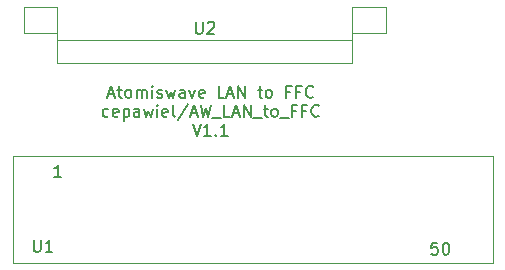
<source format=gbr>
%TF.GenerationSoftware,KiCad,Pcbnew,6.0.0*%
%TF.CreationDate,2022-01-16T11:48:39-05:00*%
%TF.ProjectId,AtomiswaveNetwork,41746f6d-6973-4776-9176-654e6574776f,rev?*%
%TF.SameCoordinates,Original*%
%TF.FileFunction,Legend,Top*%
%TF.FilePolarity,Positive*%
%FSLAX46Y46*%
G04 Gerber Fmt 4.6, Leading zero omitted, Abs format (unit mm)*
G04 Created by KiCad (PCBNEW 6.0.0) date 2022-01-16 11:48:39*
%MOMM*%
%LPD*%
G01*
G04 APERTURE LIST*
%ADD10C,0.150000*%
%ADD11C,0.120000*%
G04 APERTURE END LIST*
D10*
X135097333Y-84916666D02*
X135573523Y-84916666D01*
X135002095Y-85202380D02*
X135335428Y-84202380D01*
X135668761Y-85202380D01*
X135859238Y-84535714D02*
X136240190Y-84535714D01*
X136002095Y-84202380D02*
X136002095Y-85059523D01*
X136049714Y-85154761D01*
X136144952Y-85202380D01*
X136240190Y-85202380D01*
X136716380Y-85202380D02*
X136621142Y-85154761D01*
X136573523Y-85107142D01*
X136525904Y-85011904D01*
X136525904Y-84726190D01*
X136573523Y-84630952D01*
X136621142Y-84583333D01*
X136716380Y-84535714D01*
X136859238Y-84535714D01*
X136954476Y-84583333D01*
X137002095Y-84630952D01*
X137049714Y-84726190D01*
X137049714Y-85011904D01*
X137002095Y-85107142D01*
X136954476Y-85154761D01*
X136859238Y-85202380D01*
X136716380Y-85202380D01*
X137478285Y-85202380D02*
X137478285Y-84535714D01*
X137478285Y-84630952D02*
X137525904Y-84583333D01*
X137621142Y-84535714D01*
X137764000Y-84535714D01*
X137859238Y-84583333D01*
X137906857Y-84678571D01*
X137906857Y-85202380D01*
X137906857Y-84678571D02*
X137954476Y-84583333D01*
X138049714Y-84535714D01*
X138192571Y-84535714D01*
X138287809Y-84583333D01*
X138335428Y-84678571D01*
X138335428Y-85202380D01*
X138811619Y-85202380D02*
X138811619Y-84535714D01*
X138811619Y-84202380D02*
X138764000Y-84250000D01*
X138811619Y-84297619D01*
X138859238Y-84250000D01*
X138811619Y-84202380D01*
X138811619Y-84297619D01*
X139240190Y-85154761D02*
X139335428Y-85202380D01*
X139525904Y-85202380D01*
X139621142Y-85154761D01*
X139668761Y-85059523D01*
X139668761Y-85011904D01*
X139621142Y-84916666D01*
X139525904Y-84869047D01*
X139383047Y-84869047D01*
X139287809Y-84821428D01*
X139240190Y-84726190D01*
X139240190Y-84678571D01*
X139287809Y-84583333D01*
X139383047Y-84535714D01*
X139525904Y-84535714D01*
X139621142Y-84583333D01*
X140002095Y-84535714D02*
X140192571Y-85202380D01*
X140383047Y-84726190D01*
X140573523Y-85202380D01*
X140764000Y-84535714D01*
X141573523Y-85202380D02*
X141573523Y-84678571D01*
X141525904Y-84583333D01*
X141430666Y-84535714D01*
X141240190Y-84535714D01*
X141144952Y-84583333D01*
X141573523Y-85154761D02*
X141478285Y-85202380D01*
X141240190Y-85202380D01*
X141144952Y-85154761D01*
X141097333Y-85059523D01*
X141097333Y-84964285D01*
X141144952Y-84869047D01*
X141240190Y-84821428D01*
X141478285Y-84821428D01*
X141573523Y-84773809D01*
X141954476Y-84535714D02*
X142192571Y-85202380D01*
X142430666Y-84535714D01*
X143192571Y-85154761D02*
X143097333Y-85202380D01*
X142906857Y-85202380D01*
X142811619Y-85154761D01*
X142764000Y-85059523D01*
X142764000Y-84678571D01*
X142811619Y-84583333D01*
X142906857Y-84535714D01*
X143097333Y-84535714D01*
X143192571Y-84583333D01*
X143240190Y-84678571D01*
X143240190Y-84773809D01*
X142764000Y-84869047D01*
X144906857Y-85202380D02*
X144430666Y-85202380D01*
X144430666Y-84202380D01*
X145192571Y-84916666D02*
X145668761Y-84916666D01*
X145097333Y-85202380D02*
X145430666Y-84202380D01*
X145764000Y-85202380D01*
X146097333Y-85202380D02*
X146097333Y-84202380D01*
X146668761Y-85202380D01*
X146668761Y-84202380D01*
X147764000Y-84535714D02*
X148144952Y-84535714D01*
X147906857Y-84202380D02*
X147906857Y-85059523D01*
X147954476Y-85154761D01*
X148049714Y-85202380D01*
X148144952Y-85202380D01*
X148621142Y-85202380D02*
X148525904Y-85154761D01*
X148478285Y-85107142D01*
X148430666Y-85011904D01*
X148430666Y-84726190D01*
X148478285Y-84630952D01*
X148525904Y-84583333D01*
X148621142Y-84535714D01*
X148764000Y-84535714D01*
X148859238Y-84583333D01*
X148906857Y-84630952D01*
X148954476Y-84726190D01*
X148954476Y-85011904D01*
X148906857Y-85107142D01*
X148859238Y-85154761D01*
X148764000Y-85202380D01*
X148621142Y-85202380D01*
X150478285Y-84678571D02*
X150144952Y-84678571D01*
X150144952Y-85202380D02*
X150144952Y-84202380D01*
X150621142Y-84202380D01*
X151335428Y-84678571D02*
X151002095Y-84678571D01*
X151002095Y-85202380D02*
X151002095Y-84202380D01*
X151478285Y-84202380D01*
X152430666Y-85107142D02*
X152383047Y-85154761D01*
X152240190Y-85202380D01*
X152144952Y-85202380D01*
X152002095Y-85154761D01*
X151906857Y-85059523D01*
X151859238Y-84964285D01*
X151811619Y-84773809D01*
X151811619Y-84630952D01*
X151859238Y-84440476D01*
X151906857Y-84345238D01*
X152002095Y-84250000D01*
X152144952Y-84202380D01*
X152240190Y-84202380D01*
X152383047Y-84250000D01*
X152430666Y-84297619D01*
X135097333Y-86764761D02*
X135002095Y-86812380D01*
X134811619Y-86812380D01*
X134716380Y-86764761D01*
X134668761Y-86717142D01*
X134621142Y-86621904D01*
X134621142Y-86336190D01*
X134668761Y-86240952D01*
X134716380Y-86193333D01*
X134811619Y-86145714D01*
X135002095Y-86145714D01*
X135097333Y-86193333D01*
X135906857Y-86764761D02*
X135811619Y-86812380D01*
X135621142Y-86812380D01*
X135525904Y-86764761D01*
X135478285Y-86669523D01*
X135478285Y-86288571D01*
X135525904Y-86193333D01*
X135621142Y-86145714D01*
X135811619Y-86145714D01*
X135906857Y-86193333D01*
X135954476Y-86288571D01*
X135954476Y-86383809D01*
X135478285Y-86479047D01*
X136383047Y-86145714D02*
X136383047Y-87145714D01*
X136383047Y-86193333D02*
X136478285Y-86145714D01*
X136668761Y-86145714D01*
X136764000Y-86193333D01*
X136811619Y-86240952D01*
X136859238Y-86336190D01*
X136859238Y-86621904D01*
X136811619Y-86717142D01*
X136764000Y-86764761D01*
X136668761Y-86812380D01*
X136478285Y-86812380D01*
X136383047Y-86764761D01*
X137716380Y-86812380D02*
X137716380Y-86288571D01*
X137668761Y-86193333D01*
X137573523Y-86145714D01*
X137383047Y-86145714D01*
X137287809Y-86193333D01*
X137716380Y-86764761D02*
X137621142Y-86812380D01*
X137383047Y-86812380D01*
X137287809Y-86764761D01*
X137240190Y-86669523D01*
X137240190Y-86574285D01*
X137287809Y-86479047D01*
X137383047Y-86431428D01*
X137621142Y-86431428D01*
X137716380Y-86383809D01*
X138097333Y-86145714D02*
X138287809Y-86812380D01*
X138478285Y-86336190D01*
X138668761Y-86812380D01*
X138859238Y-86145714D01*
X139240190Y-86812380D02*
X139240190Y-86145714D01*
X139240190Y-85812380D02*
X139192571Y-85860000D01*
X139240190Y-85907619D01*
X139287809Y-85860000D01*
X139240190Y-85812380D01*
X139240190Y-85907619D01*
X140097333Y-86764761D02*
X140002095Y-86812380D01*
X139811619Y-86812380D01*
X139716380Y-86764761D01*
X139668761Y-86669523D01*
X139668761Y-86288571D01*
X139716380Y-86193333D01*
X139811619Y-86145714D01*
X140002095Y-86145714D01*
X140097333Y-86193333D01*
X140144952Y-86288571D01*
X140144952Y-86383809D01*
X139668761Y-86479047D01*
X140716380Y-86812380D02*
X140621142Y-86764761D01*
X140573523Y-86669523D01*
X140573523Y-85812380D01*
X141811619Y-85764761D02*
X140954476Y-87050476D01*
X142097333Y-86526666D02*
X142573523Y-86526666D01*
X142002095Y-86812380D02*
X142335428Y-85812380D01*
X142668761Y-86812380D01*
X142906857Y-85812380D02*
X143144952Y-86812380D01*
X143335428Y-86098095D01*
X143525904Y-86812380D01*
X143764000Y-85812380D01*
X143906857Y-86907619D02*
X144668761Y-86907619D01*
X145383047Y-86812380D02*
X144906857Y-86812380D01*
X144906857Y-85812380D01*
X145668761Y-86526666D02*
X146144952Y-86526666D01*
X145573523Y-86812380D02*
X145906857Y-85812380D01*
X146240190Y-86812380D01*
X146573523Y-86812380D02*
X146573523Y-85812380D01*
X147144952Y-86812380D01*
X147144952Y-85812380D01*
X147383047Y-86907619D02*
X148144952Y-86907619D01*
X148240190Y-86145714D02*
X148621142Y-86145714D01*
X148383047Y-85812380D02*
X148383047Y-86669523D01*
X148430666Y-86764761D01*
X148525904Y-86812380D01*
X148621142Y-86812380D01*
X149097333Y-86812380D02*
X149002095Y-86764761D01*
X148954476Y-86717142D01*
X148906857Y-86621904D01*
X148906857Y-86336190D01*
X148954476Y-86240952D01*
X149002095Y-86193333D01*
X149097333Y-86145714D01*
X149240190Y-86145714D01*
X149335428Y-86193333D01*
X149383047Y-86240952D01*
X149430666Y-86336190D01*
X149430666Y-86621904D01*
X149383047Y-86717142D01*
X149335428Y-86764761D01*
X149240190Y-86812380D01*
X149097333Y-86812380D01*
X149621142Y-86907619D02*
X150383047Y-86907619D01*
X150954476Y-86288571D02*
X150621142Y-86288571D01*
X150621142Y-86812380D02*
X150621142Y-85812380D01*
X151097333Y-85812380D01*
X151811619Y-86288571D02*
X151478285Y-86288571D01*
X151478285Y-86812380D02*
X151478285Y-85812380D01*
X151954476Y-85812380D01*
X152906857Y-86717142D02*
X152859238Y-86764761D01*
X152716380Y-86812380D01*
X152621142Y-86812380D01*
X152478285Y-86764761D01*
X152383047Y-86669523D01*
X152335428Y-86574285D01*
X152287809Y-86383809D01*
X152287809Y-86240952D01*
X152335428Y-86050476D01*
X152383047Y-85955238D01*
X152478285Y-85860000D01*
X152621142Y-85812380D01*
X152716380Y-85812380D01*
X152859238Y-85860000D01*
X152906857Y-85907619D01*
X142240190Y-87422380D02*
X142573523Y-88422380D01*
X142906857Y-87422380D01*
X143764000Y-88422380D02*
X143192571Y-88422380D01*
X143478285Y-88422380D02*
X143478285Y-87422380D01*
X143383047Y-87565238D01*
X143287809Y-87660476D01*
X143192571Y-87708095D01*
X144192571Y-88327142D02*
X144240190Y-88374761D01*
X144192571Y-88422380D01*
X144144952Y-88374761D01*
X144192571Y-88327142D01*
X144192571Y-88422380D01*
X145192571Y-88422380D02*
X144621142Y-88422380D01*
X144906857Y-88422380D02*
X144906857Y-87422380D01*
X144811619Y-87565238D01*
X144716380Y-87660476D01*
X144621142Y-87708095D01*
%TO.C,U1*%
X128778095Y-97242380D02*
X128778095Y-98051904D01*
X128825714Y-98147142D01*
X128873333Y-98194761D01*
X128968571Y-98242380D01*
X129159047Y-98242380D01*
X129254285Y-98194761D01*
X129301904Y-98147142D01*
X129349523Y-98051904D01*
X129349523Y-97242380D01*
X130349523Y-98242380D02*
X129778095Y-98242380D01*
X130063809Y-98242380D02*
X130063809Y-97242380D01*
X129968571Y-97385238D01*
X129873333Y-97480476D01*
X129778095Y-97528095D01*
X162956904Y-97492380D02*
X162480714Y-97492380D01*
X162433095Y-97968571D01*
X162480714Y-97920952D01*
X162575952Y-97873333D01*
X162814047Y-97873333D01*
X162909285Y-97920952D01*
X162956904Y-97968571D01*
X163004523Y-98063809D01*
X163004523Y-98301904D01*
X162956904Y-98397142D01*
X162909285Y-98444761D01*
X162814047Y-98492380D01*
X162575952Y-98492380D01*
X162480714Y-98444761D01*
X162433095Y-98397142D01*
X163623571Y-97492380D02*
X163718809Y-97492380D01*
X163814047Y-97540000D01*
X163861666Y-97587619D01*
X163909285Y-97682857D01*
X163956904Y-97873333D01*
X163956904Y-98111428D01*
X163909285Y-98301904D01*
X163861666Y-98397142D01*
X163814047Y-98444761D01*
X163718809Y-98492380D01*
X163623571Y-98492380D01*
X163528333Y-98444761D01*
X163480714Y-98397142D01*
X163433095Y-98301904D01*
X163385476Y-98111428D01*
X163385476Y-97873333D01*
X163433095Y-97682857D01*
X163480714Y-97587619D01*
X163528333Y-97540000D01*
X163623571Y-97492380D01*
X131095714Y-91892380D02*
X130524285Y-91892380D01*
X130810000Y-91892380D02*
X130810000Y-90892380D01*
X130714761Y-91035238D01*
X130619523Y-91130476D01*
X130524285Y-91178095D01*
%TO.C,U2*%
X142494095Y-78782380D02*
X142494095Y-79591904D01*
X142541714Y-79687142D01*
X142589333Y-79734761D01*
X142684571Y-79782380D01*
X142875047Y-79782380D01*
X142970285Y-79734761D01*
X143017904Y-79687142D01*
X143065523Y-79591904D01*
X143065523Y-78782380D01*
X143494095Y-78877619D02*
X143541714Y-78830000D01*
X143636952Y-78782380D01*
X143875047Y-78782380D01*
X143970285Y-78830000D01*
X144017904Y-78877619D01*
X144065523Y-78972857D01*
X144065523Y-79068095D01*
X144017904Y-79210952D01*
X143446476Y-79782380D01*
X144065523Y-79782380D01*
D11*
%TO.C,U1*%
X167640000Y-90170000D02*
X127000000Y-90170000D01*
X167640000Y-99187000D02*
X127000000Y-99187000D01*
X127000000Y-99187000D02*
X127000000Y-90170000D01*
X167640000Y-99187000D02*
X167640000Y-90170000D01*
%TO.C,U2*%
X155756000Y-80300000D02*
X155756000Y-77560000D01*
X158566000Y-77560000D02*
X158566000Y-79720000D01*
X155756000Y-77560000D02*
X158566000Y-77560000D01*
X158566000Y-79720000D02*
X155756000Y-79720000D01*
X155756000Y-80300000D02*
X130756000Y-80300000D01*
X155756000Y-79720000D02*
X155756000Y-82260000D01*
X130756000Y-80300000D02*
X130756000Y-77560000D01*
X155756000Y-82260000D02*
X130756000Y-82260000D01*
X127946000Y-79720000D02*
X130756000Y-79720000D01*
X130756000Y-77560000D02*
X127946000Y-77560000D01*
X130756000Y-79720000D02*
X130756000Y-82260000D01*
X127946000Y-77560000D02*
X127946000Y-79720000D01*
%TD*%
M02*

</source>
